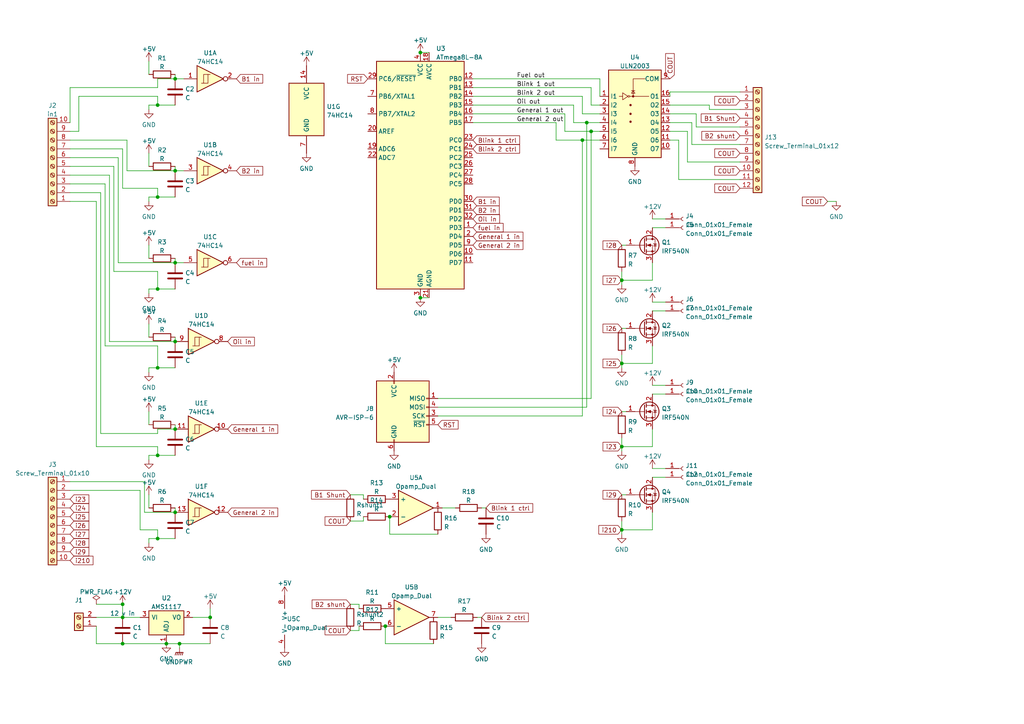
<source format=kicad_sch>
(kicad_sch (version 20211123) (generator eeschema)
  (paper "A4")
  (lib_symbols
    (symbol "74xx:74HC14" (pin_names (offset 1.016))
      (property "Reference" "U" (at 0 1.27 0))
      (property "Value" "74HC14" (at 0 -1.27 0))
      (symbol "74HC14_1_0"
        (pin input line (at -7.62 0 0) (length 3.81) (name "~") (number "1"))
        (pin output inverted (at 7.62 0 180) (length 3.81) (name "~") (number "2"))
      )
      (symbol "74HC14_2_0"
        (pin input line (at -7.62 0 0) (length 3.81) (name "~") (number "3"))
        (pin output inverted (at 7.62 0 180) (length 3.81) (name "~") (number "4"))
      )
      (symbol "74HC14_3_0"
        (pin input line (at -7.62 0 0) (length 3.81) (name "~") (number "5"))
        (pin output inverted (at 7.62 0 180) (length 3.81) (name "~") (number "6"))
      )
      (symbol "74HC14_4_0"
        (pin output inverted (at 7.62 0 180) (length 3.81) (name "~") (number "8"))
        (pin input line (at -7.62 0 0) (length 3.81) (name "~") (number "9"))
      )
      (symbol "74HC14_5_0"
        (pin output inverted (at 7.62 0 180) (length 3.81) (name "~") (number "10"))
        (pin input line (at -7.62 0 0) (length 3.81) (name "~") (number "11"))
      )
      (symbol "74HC14_6_0"
        (pin output inverted (at 7.62 0 180) (length 3.81) (name "~") (number "12"))
        (pin input line (at -7.62 0 0) (length 3.81) (name "~") (number "13"))
      )
      (symbol "74HC14_7_0"
        (pin power_in line (at 0 12.7 270) (length 5.08) (name "VCC") (number "14"))
        (pin power_in line (at 0 -12.7 90) (length 5.08) (name "GND") (number "7"))
      )
    )
    (symbol "Connector:AVR-ISP-6" (pin_names (offset 1.016))
      (property "Reference" "J" (at -6.35 11.43 0))
      (property "Value" "AVR-ISP-6" (at 0 11.43 0))
      (symbol "AVR-ISP-6_1_1"
        (pin passive line (at 10.16 5.08 180) (length 2.54) (name "MISO") (number "1"))
        (pin passive line (at -2.54 12.7 270) (length 2.54) (name "VCC") (number "2"))
        (pin passive line (at 10.16 0 180) (length 2.54) (name "SCK") (number "3"))
        (pin passive line (at 10.16 2.54 180) (length 2.54) (name "MOSI") (number "4"))
        (pin passive line (at 10.16 -2.54 180) (length 2.54) (name "~{RST}") (number "5"))
        (pin passive line (at -2.54 -10.16 90) (length 2.54) (name "GND") (number "6"))
      )
    )
    (symbol "Connector:Conn_01x01_Female" (pin_names (offset 1.016) hide)
      (property "Reference" "J" (at 0 2.54 0))
      (property "Value" "Conn_01x01_Female" (at 0 -2.54 0))
      (symbol "Conn_01x01_Female_1_1"
        (pin passive line (at -5.08 0 0) (length 3.81) (name "Pin_1") (number "1"))
      )
    )
    (symbol "Connector:Screw_Terminal_01x02" (pin_names (offset 1.016) hide)
      (property "Reference" "J" (at 0 2.54 0))
      (property "Value" "Screw_Terminal_01x02" (at 0 -5.08 0))
      (symbol "Screw_Terminal_01x02_1_1"
        (pin passive line (at -5.08 0 0) (length 3.81) (name "Pin_1") (number "1"))
        (pin passive line (at -5.08 -2.54 0) (length 3.81) (name "Pin_2") (number "2"))
      )
    )
    (symbol "Connector:Screw_Terminal_01x10" (pin_names (offset 1.016) hide)
      (property "Reference" "J" (at 0 12.7 0))
      (property "Value" "Screw_Terminal_01x10" (at 0 -15.24 0))
      (symbol "Screw_Terminal_01x10_1_1"
        (pin passive line (at -5.08 10.16 0) (length 3.81) (name "Pin_1") (number "1"))
        (pin passive line (at -5.08 -12.7 0) (length 3.81) (name "Pin_10") (number "10"))
        (pin passive line (at -5.08 7.62 0) (length 3.81) (name "Pin_2") (number "2"))
        (pin passive line (at -5.08 5.08 0) (length 3.81) (name "Pin_3") (number "3"))
        (pin passive line (at -5.08 2.54 0) (length 3.81) (name "Pin_4") (number "4"))
        (pin passive line (at -5.08 0 0) (length 3.81) (name "Pin_5") (number "5"))
        (pin passive line (at -5.08 -2.54 0) (length 3.81) (name "Pin_6") (number "6"))
        (pin passive line (at -5.08 -5.08 0) (length 3.81) (name "Pin_7") (number "7"))
        (pin passive line (at -5.08 -7.62 0) (length 3.81) (name "Pin_8") (number "8"))
        (pin passive line (at -5.08 -10.16 0) (length 3.81) (name "Pin_9") (number "9"))
      )
    )
    (symbol "Connector:Screw_Terminal_01x12" (pin_names (offset 1.016) hide)
      (property "Reference" "J" (at 0 15.24 0))
      (property "Value" "Screw_Terminal_01x12" (at 0 -17.78 0))
      (symbol "Screw_Terminal_01x12_1_1"
        (pin passive line (at -5.08 12.7 0) (length 3.81) (name "Pin_1") (number "1"))
        (pin passive line (at -5.08 -10.16 0) (length 3.81) (name "Pin_10") (number "10"))
        (pin passive line (at -5.08 -12.7 0) (length 3.81) (name "Pin_11") (number "11"))
        (pin passive line (at -5.08 -15.24 0) (length 3.81) (name "Pin_12") (number "12"))
        (pin passive line (at -5.08 10.16 0) (length 3.81) (name "Pin_2") (number "2"))
        (pin passive line (at -5.08 7.62 0) (length 3.81) (name "Pin_3") (number "3"))
        (pin passive line (at -5.08 5.08 0) (length 3.81) (name "Pin_4") (number "4"))
        (pin passive line (at -5.08 2.54 0) (length 3.81) (name "Pin_5") (number "5"))
        (pin passive line (at -5.08 0 0) (length 3.81) (name "Pin_6") (number "6"))
        (pin passive line (at -5.08 -2.54 0) (length 3.81) (name "Pin_7") (number "7"))
        (pin passive line (at -5.08 -5.08 0) (length 3.81) (name "Pin_8") (number "8"))
        (pin passive line (at -5.08 -7.62 0) (length 3.81) (name "Pin_9") (number "9"))
      )
    )
    (symbol "Device:C" (pin_numbers hide) (pin_names (offset 0.254))
      (property "Reference" "C" (at 0.635 2.54 0))
      (property "Value" "C" (at 0.635 -2.54 0))
      (symbol "C_1_1"
        (pin passive line (at 0 3.81 270) (length 2.794) (name "~") (number "1"))
        (pin passive line (at 0 -3.81 90) (length 2.794) (name "~") (number "2"))
      )
    )
    (symbol "Device:Opamp_Dual"
      (property "Reference" "U" (at 0 5.08 0))
      (property "Value" "Opamp_Dual" (at 0 -5.08 0))
      (symbol "Opamp_Dual_1_1"
        (pin output line (at 7.62 0 180) (length 2.54) (name "~") (number "1"))
        (pin input line (at -7.62 -2.54 0) (length 2.54) (name "-") (number "2"))
        (pin input line (at -7.62 2.54 0) (length 2.54) (name "+") (number "3"))
      )
      (symbol "Opamp_Dual_2_1"
        (pin input line (at -7.62 2.54 0) (length 2.54) (name "+") (number "5"))
        (pin input line (at -7.62 -2.54 0) (length 2.54) (name "-") (number "6"))
        (pin output line (at 7.62 0 180) (length 2.54) (name "~") (number "7"))
      )
      (symbol "Opamp_Dual_3_1"
        (pin power_in line (at -2.54 -7.62 90) (length 3.81) (name "V-") (number "4"))
        (pin power_in line (at -2.54 7.62 270) (length 3.81) (name "V+") (number "8"))
      )
    )
    (symbol "Device:R" (pin_numbers hide) (pin_names (offset 0))
      (property "Reference" "R" (at 2.032 0 90))
      (property "Value" "R" (at 0 0 90))
      (symbol "R_1_1"
        (pin passive line (at 0 3.81 270) (length 1.27) (name "~") (number "1"))
        (pin passive line (at 0 -3.81 90) (length 1.27) (name "~") (number "2"))
      )
    )
    (symbol "MCU_Microchip_ATmega:ATmega8L-8A"
      (property "Reference" "U" (at -12.7 34.29 0))
      (property "Value" "ATmega8L-8A" (at 5.08 -34.29 0))
      (symbol "ATmega8L-8A_1_1"
        (pin bidirectional line (at 15.24 -15.24 180) (length 2.54) (name "PD3") (number "1"))
        (pin bidirectional line (at 15.24 -22.86 180) (length 2.54) (name "PD6") (number "10"))
        (pin bidirectional line (at 15.24 -25.4 180) (length 2.54) (name "PD7") (number "11"))
        (pin bidirectional line (at 15.24 27.94 180) (length 2.54) (name "PB0") (number "12"))
        (pin bidirectional line (at 15.24 25.4 180) (length 2.54) (name "PB1") (number "13"))
        (pin bidirectional line (at 15.24 22.86 180) (length 2.54) (name "PB2") (number "14"))
        (pin bidirectional line (at 15.24 20.32 180) (length 2.54) (name "PB3") (number "15"))
        (pin bidirectional line (at 15.24 17.78 180) (length 2.54) (name "PB4") (number "16"))
        (pin bidirectional line (at 15.24 15.24 180) (length 2.54) (name "PB5") (number "17"))
        (pin power_in line (at 2.54 35.56 270) (length 2.54) (name "AVCC") (number "18"))
        (pin input line (at -15.24 7.62 0) (length 2.54) (name "ADC6") (number "19"))
        (pin bidirectional line (at 15.24 -17.78 180) (length 2.54) (name "PD4") (number "2"))
        (pin passive line (at -15.24 12.7 0) (length 2.54) (name "AREF") (number "20"))
        (pin power_in line (at 2.54 -35.56 90) (length 2.54) (name "AGND") (number "21"))
        (pin input line (at -15.24 5.08 0) (length 2.54) (name "ADC7") (number "22"))
        (pin bidirectional line (at 15.24 10.16 180) (length 2.54) (name "PC0") (number "23"))
        (pin bidirectional line (at 15.24 7.62 180) (length 2.54) (name "PC1") (number "24"))
        (pin bidirectional line (at 15.24 5.08 180) (length 2.54) (name "PC2") (number "25"))
        (pin bidirectional line (at 15.24 2.54 180) (length 2.54) (name "PC3") (number "26"))
        (pin bidirectional line (at 15.24 0 180) (length 2.54) (name "PC4") (number "27"))
        (pin bidirectional line (at 15.24 -2.54 180) (length 2.54) (name "PC5") (number "28"))
        (pin bidirectional line (at -15.24 27.94 0) (length 2.54) (name "PC6/~{RESET}") (number "29"))
        (pin power_in line (at 0 -35.56 90) (length 2.54) (name "GND") (number "3"))
        (pin bidirectional line (at 15.24 -7.62 180) (length 2.54) (name "PD0") (number "30"))
        (pin bidirectional line (at 15.24 -10.16 180) (length 2.54) (name "PD1") (number "31"))
        (pin bidirectional line (at 15.24 -12.7 180) (length 2.54) (name "PD2") (number "32"))
        (pin power_in line (at 0 35.56 270) (length 2.54) (name "VCC") (number "4"))
        (pin passive line (at 0 -35.56 90) (length 2.54) hide (name "GND") (number "5"))
        (pin passive line (at 0 35.56 270) (length 2.54) hide (name "VCC") (number "6"))
        (pin bidirectional line (at -15.24 22.86 0) (length 2.54) (name "PB6/XTAL1") (number "7"))
        (pin bidirectional line (at -15.24 17.78 0) (length 2.54) (name "PB7/XTAL2") (number "8"))
        (pin bidirectional line (at 15.24 -20.32 180) (length 2.54) (name "PD5") (number "9"))
      )
    )
    (symbol "Regulator_Linear:AMS1117" (pin_names (offset 0.762))
      (property "Reference" "U" (at -3.81 3.175 0))
      (property "Value" "AMS1117" (at 0 3.175 0))
      (symbol "AMS1117_1_1"
        (pin input line (at 0 -7.62 90) (length 2.54) (name "ADJ") (number "1"))
        (pin power_out line (at 7.62 0 180) (length 2.54) (name "VO") (number "2"))
        (pin power_in line (at -7.62 0 0) (length 2.54) (name "VI") (number "3"))
      )
    )
    (symbol "Transistor_Array:ULN2003"
      (property "Reference" "U" (at 0 15.875 0))
      (property "Value" "ULN2003" (at 0 13.97 0))
      (symbol "ULN2003_1_1"
        (pin input line (at -10.16 5.08 0) (length 2.54) (name "I1") (number "1"))
        (pin open_collector line (at 10.16 -10.16 180) (length 2.54) (name "O7") (number "10"))
        (pin open_collector line (at 10.16 -7.62 180) (length 2.54) (name "O6") (number "11"))
        (pin open_collector line (at 10.16 -5.08 180) (length 2.54) (name "O5") (number "12"))
        (pin open_collector line (at 10.16 -2.54 180) (length 2.54) (name "O4") (number "13"))
        (pin open_collector line (at 10.16 0 180) (length 2.54) (name "O3") (number "14"))
        (pin open_collector line (at 10.16 2.54 180) (length 2.54) (name "O2") (number "15"))
        (pin open_collector line (at 10.16 5.08 180) (length 2.54) (name "O1") (number "16"))
        (pin input line (at -10.16 2.54 0) (length 2.54) (name "I2") (number "2"))
        (pin input line (at -10.16 0 0) (length 2.54) (name "I3") (number "3"))
        (pin input line (at -10.16 -2.54 0) (length 2.54) (name "I4") (number "4"))
        (pin input line (at -10.16 -5.08 0) (length 2.54) (name "I5") (number "5"))
        (pin input line (at -10.16 -7.62 0) (length 2.54) (name "I6") (number "6"))
        (pin input line (at -10.16 -10.16 0) (length 2.54) (name "I7") (number "7"))
        (pin power_in line (at 0 -15.24 90) (length 2.54) (name "GND") (number "8"))
        (pin passive line (at 10.16 10.16 180) (length 2.54) (name "COM") (number "9"))
      )
    )
    (symbol "Transistor_FET:IRF540N" (pin_names hide)
      (property "Reference" "Q" (at 6.35 1.905 0))
      (property "Value" "IRF540N" (at 6.35 0 0))
      (symbol "IRF540N_1_1"
        (pin input line (at -5.08 0 0) (length 2.54) (name "G") (number "1"))
        (pin passive line (at 2.54 5.08 270) (length 2.54) (name "D") (number "2"))
        (pin passive line (at 2.54 -5.08 90) (length 2.54) (name "S") (number "3"))
      )
    )
    (symbol "power:+12V" (power) (pin_names (offset 0))
      (property "Value" "+12V" (at 0 3.556 0))
      (symbol "+12V_1_1"
        (pin power_in line (at 0 0 90) (length 0) hide (name "+12V") (number "1"))
      )
    )
    (symbol "power:+5V" (power) (pin_names (offset 0))
      (property "Value" "+5V" (at 0 3.556 0))
      (symbol "+5V_1_1"
        (pin power_in line (at 0 0 90) (length 0) hide (name "+5V") (number "1"))
      )
    )
    (symbol "power:GND" (power) (pin_names (offset 0))
      (property "Value" "GND" (at 0 -3.81 0))
      (symbol "GND_1_1"
        (pin power_in line (at 0 0 270) (length 0) hide (name "GND") (number "1"))
      )
    )
    (symbol "power:GNDPWR" (power) (pin_names (offset 0))
      (property "Value" "GNDPWR" (at 0 -3.302 0))
      (symbol "GNDPWR_1_1"
        (pin power_in line (at 0 0 270) (length 0) hide (name "GNDPWR") (number "1"))
      )
    )
    (symbol "power:PWR_FLAG" (power) (pin_numbers hide) (pin_names (offset 0) hide)
      (property "Value" "PWR_FLAG" (at 0 3.81 0))
      (symbol "PWR_FLAG_0_0"
        (pin power_out line (at 0 0 90) (length 0) (name "pwr") (number "1"))
      )
    )
  )
  (junction (at 45.72 106.68))
  (junction (at 35.56 175.26))
  (junction (at 180.34 105.41))
  (junction (at 180.34 153.67))
  (junction (at 52.07 186.69))
  (junction (at 168.91 40.64))
  (junction (at 171.45 38.1))
  (junction (at 121.92 86.36))
  (junction (at 35.56 186.69))
  (junction (at 50.8 124.46))
  (junction (at 45.72 57.15))
  (junction (at 60.96 179.07))
  (junction (at 121.92 15.24))
  (junction (at 50.8 148.59))
  (junction (at 45.72 30.48))
  (junction (at 35.56 179.07))
  (junction (at 111.76 181.61))
  (junction (at 50.8 22.86))
  (junction (at 45.72 83.82))
  (junction (at 50.8 76.2))
  (junction (at 50.8 99.06))
  (junction (at 45.72 132.08))
  (junction (at 45.72 156.21))
  (junction (at 170.18 35.56))
  (junction (at 113.03 149.86))
  (junction (at 50.8 49.53))
  (junction (at 180.34 81.28))
  (junction (at 180.34 129.54))
  (junction (at 48.26 186.69))
  (wire (pts (xy 31.75 99.06) (xy 31.75 50.8)))
  (wire (pts (xy 40.64 142.24) (xy 40.64 153.67)))
  (wire (pts (xy 45.72 78.74) (xy 45.72 83.82)))
  (wire (pts (xy 101.6 175.26) (xy 104.14 175.26)))
  (wire (pts (xy 104.14 175.26) (xy 104.14 176.53)))
  (wire (pts (xy 137.16 22.86) (xy 173.99 22.86)))
  (wire (pts (xy 105.41 143.51) (xy 105.41 144.78)))
  (wire (pts (xy 27.94 186.69) (xy 35.56 186.69)))
  (wire (pts (xy 45.72 156.21) (xy 50.8 156.21)))
  (wire (pts (xy 171.45 25.4) (xy 171.45 30.48)))
  (wire (pts (xy 45.72 125.73) (xy 45.72 124.46)))
  (wire (pts (xy 189.23 105.41) (xy 189.23 100.33)))
  (wire (pts (xy 194.31 30.48) (xy 205.74 30.48)))
  (wire (pts (xy 43.18 31.75) (xy 43.18 30.48)))
  (wire (pts (xy 43.18 133.35) (xy 43.18 132.08)))
  (wire (pts (xy 40.64 153.67) (xy 45.72 153.67)))
  (wire (pts (xy 127 120.65) (xy 168.91 120.65)))
  (wire (pts (xy 180.34 105.41) (xy 189.23 105.41)))
  (wire (pts (xy 45.72 25.4) (xy 20.32 25.4)))
  (wire (pts (xy 20.32 48.26) (xy 33.02 48.26)))
  (wire (pts (xy 166.37 30.48) (xy 166.37 35.56)))
  (wire (pts (xy 31.75 99.06) (xy 50.8 99.06)))
  (wire (pts (xy 111.76 186.69) (xy 125.73 186.69)))
  (wire (pts (xy 29.21 55.88) (xy 20.32 55.88)))
  (wire (pts (xy 50.8 147.32) (xy 50.8 148.59)))
  (wire (pts (xy 199.39 46.99) (xy 214.63 46.99)))
  (wire (pts (xy 189.23 87.63) (xy 193.04 87.63)))
  (wire (pts (xy 194.31 27.94) (xy 194.31 26.67)))
  (wire (pts (xy 45.72 27.94) (xy 45.72 30.48)))
  (wire (pts (xy 45.72 124.46) (xy 50.8 124.46)))
  (wire (pts (xy 189.23 129.54) (xy 189.23 124.46)))
  (wire (pts (xy 127 115.57) (xy 171.45 115.57)))
  (wire (pts (xy 171.45 38.1) (xy 173.99 38.1)))
  (wire (pts (xy 31.75 50.8) (xy 20.32 50.8)))
  (wire (pts (xy 180.34 127) (xy 180.34 129.54)))
  (wire (pts (xy 194.31 35.56) (xy 200.66 35.56)))
  (wire (pts (xy 60.96 176.53) (xy 60.96 179.07)))
  (wire (pts (xy 45.72 25.4) (xy 45.72 22.86)))
  (wire (pts (xy 168.91 27.94) (xy 168.91 33.02)))
  (wire (pts (xy 36.83 49.53) (xy 36.83 40.64)))
  (wire (pts (xy 50.8 21.59) (xy 50.8 22.86)))
  (wire (pts (xy 180.34 71.12) (xy 181.61 71.12)))
  (wire (pts (xy 45.72 125.73) (xy 29.21 125.73)))
  (wire (pts (xy 35.56 43.18) (xy 35.56 54.61)))
  (wire (pts (xy 29.21 125.73) (xy 29.21 55.88)))
  (wire (pts (xy 43.18 44.45) (xy 43.18 48.26)))
  (wire (pts (xy 189.23 138.43) (xy 193.04 138.43)))
  (wire (pts (xy 194.31 33.02) (xy 201.93 33.02)))
  (wire (pts (xy 189.23 153.67) (xy 189.23 148.59)))
  (wire (pts (xy 20.32 139.7) (xy 41.91 139.7)))
  (wire (pts (xy 194.31 40.64) (xy 196.85 40.64)))
  (wire (pts (xy 111.76 181.61) (xy 111.76 186.69)))
  (wire (pts (xy 34.29 76.2) (xy 34.29 45.72)))
  (wire (pts (xy 41.91 148.59) (xy 50.8 148.59)))
  (wire (pts (xy 52.07 186.69) (xy 60.96 186.69)))
  (wire (pts (xy 45.72 57.15) (xy 50.8 57.15)))
  (wire (pts (xy 101.6 182.88) (xy 104.14 182.88)))
  (wire (pts (xy 43.18 58.42) (xy 43.18 57.15)))
  (wire (pts (xy 101.6 143.51) (xy 105.41 143.51)))
  (wire (pts (xy 43.18 83.82) (xy 45.72 83.82)))
  (wire (pts (xy 50.8 49.53) (xy 53.34 49.53)))
  (wire (pts (xy 20.32 142.24) (xy 40.64 142.24)))
  (wire (pts (xy 127 179.07) (xy 130.81 179.07)))
  (wire (pts (xy 43.18 57.15) (xy 45.72 57.15)))
  (wire (pts (xy 113.03 149.86) (xy 113.03 154.94)))
  (wire (pts (xy 45.72 106.68) (xy 50.8 106.68)))
  (wire (pts (xy 180.34 129.54) (xy 180.34 130.81)))
  (wire (pts (xy 105.41 151.13) (xy 105.41 149.86)))
  (wire (pts (xy 45.72 22.86) (xy 50.8 22.86)))
  (wire (pts (xy 180.34 81.28) (xy 189.23 81.28)))
  (wire (pts (xy 205.74 30.48) (xy 205.74 31.75)))
  (wire (pts (xy 50.8 76.2) (xy 53.34 76.2)))
  (wire (pts (xy 27.94 175.26) (xy 35.56 175.26)))
  (wire (pts (xy 45.72 153.67) (xy 45.72 156.21)))
  (wire (pts (xy 22.86 27.94) (xy 22.86 38.1)))
  (wire (pts (xy 43.18 93.98) (xy 43.18 97.79)))
  (wire (pts (xy 137.16 35.56) (xy 161.29 35.56)))
  (wire (pts (xy 101.6 151.13) (xy 105.41 151.13)))
  (wire (pts (xy 163.83 33.02) (xy 163.83 38.1)))
  (wire (pts (xy 200.66 41.91) (xy 214.63 41.91)))
  (wire (pts (xy 205.74 31.75) (xy 214.63 31.75)))
  (wire (pts (xy 35.56 175.26) (xy 35.56 179.07)))
  (wire (pts (xy 41.91 139.7) (xy 41.91 148.59)))
  (wire (pts (xy 189.23 114.3) (xy 193.04 114.3)))
  (wire (pts (xy 50.8 97.79) (xy 50.8 99.06)))
  (wire (pts (xy 168.91 40.64) (xy 173.99 40.64)))
  (wire (pts (xy 180.34 119.38) (xy 181.61 119.38)))
  (wire (pts (xy 27.94 179.07) (xy 35.56 179.07)))
  (wire (pts (xy 180.34 153.67) (xy 180.34 154.94)))
  (wire (pts (xy 33.02 78.74) (xy 45.72 78.74)))
  (wire (pts (xy 27.94 181.61) (xy 27.94 186.69)))
  (wire (pts (xy 200.66 35.56) (xy 200.66 41.91)))
  (wire (pts (xy 43.18 156.21) (xy 45.72 156.21)))
  (wire (pts (xy 20.32 58.42) (xy 27.94 58.42)))
  (wire (pts (xy 43.18 71.12) (xy 43.18 74.93)))
  (wire (pts (xy 50.8 22.86) (xy 53.34 22.86)))
  (wire (pts (xy 45.72 132.08) (xy 50.8 132.08)))
  (wire (pts (xy 180.34 129.54) (xy 189.23 129.54)))
  (wire (pts (xy 171.45 115.57) (xy 171.45 38.1)))
  (wire (pts (xy 180.34 81.28) (xy 180.34 82.55)))
  (wire (pts (xy 43.18 132.08) (xy 45.72 132.08)))
  (wire (pts (xy 240.03 58.42) (xy 242.57 58.42)))
  (wire (pts (xy 50.8 123.19) (xy 50.8 124.46)))
  (wire (pts (xy 45.72 30.48) (xy 50.8 30.48)))
  (wire (pts (xy 34.29 45.72) (xy 20.32 45.72)))
  (wire (pts (xy 43.18 119.38) (xy 43.18 123.19)))
  (wire (pts (xy 180.34 143.51) (xy 181.61 143.51)))
  (wire (pts (xy 43.18 30.48) (xy 45.72 30.48)))
  (wire (pts (xy 43.18 107.95) (xy 43.18 106.68)))
  (wire (pts (xy 194.31 26.67) (xy 214.63 26.67)))
  (wire (pts (xy 189.23 66.04) (xy 193.04 66.04)))
  (wire (pts (xy 189.23 81.28) (xy 189.23 76.2)))
  (wire (pts (xy 180.34 78.74) (xy 180.34 81.28)))
  (wire (pts (xy 168.91 33.02) (xy 173.99 33.02)))
  (wire (pts (xy 20.32 25.4) (xy 20.32 35.56)))
  (wire (pts (xy 50.8 74.93) (xy 50.8 76.2)))
  (wire (pts (xy 121.92 15.24) (xy 124.46 15.24)))
  (wire (pts (xy 43.18 143.51) (xy 43.18 147.32)))
  (wire (pts (xy 194.31 38.1) (xy 199.39 38.1)))
  (wire (pts (xy 113.03 154.94) (xy 127 154.94)))
  (wire (pts (xy 201.93 36.83) (xy 214.63 36.83)))
  (wire (pts (xy 27.94 58.42) (xy 27.94 129.54)))
  (wire (pts (xy 34.29 76.2) (xy 50.8 76.2)))
  (wire (pts (xy 161.29 40.64) (xy 168.91 40.64)))
  (wire (pts (xy 170.18 118.11) (xy 170.18 35.56)))
  (wire (pts (xy 45.72 100.33) (xy 45.72 106.68)))
  (wire (pts (xy 20.32 43.18) (xy 35.56 43.18)))
  (wire (pts (xy 196.85 40.64) (xy 196.85 52.07)))
  (wire (pts (xy 43.18 157.48) (xy 43.18 156.21)))
  (wire (pts (xy 180.34 105.41) (xy 180.34 106.68)))
  (wire (pts (xy 104.14 182.88) (xy 104.14 181.61)))
  (wire (pts (xy 180.34 102.87) (xy 180.34 105.41)))
  (wire (pts (xy 166.37 35.56) (xy 170.18 35.56)))
  (wire (pts (xy 127 118.11) (xy 170.18 118.11)))
  (wire (pts (xy 30.48 100.33) (xy 30.48 53.34)))
  (wire (pts (xy 137.16 27.94) (xy 168.91 27.94)))
  (wire (pts (xy 138.43 179.07) (xy 139.7 179.07)))
  (wire (pts (xy 36.83 40.64) (xy 20.32 40.64)))
  (wire (pts (xy 128.27 147.32) (xy 132.08 147.32)))
  (wire (pts (xy 55.88 179.07) (xy 60.96 179.07)))
  (wire (pts (xy 36.83 49.53) (xy 50.8 49.53)))
  (wire (pts (xy 139.7 147.32) (xy 140.97 147.32)))
  (wire (pts (xy 43.18 106.68) (xy 45.72 106.68)))
  (wire (pts (xy 189.23 63.5) (xy 193.04 63.5)))
  (wire (pts (xy 163.83 38.1) (xy 171.45 38.1)))
  (wire (pts (xy 201.93 33.02) (xy 201.93 36.83)))
  (wire (pts (xy 43.18 17.78) (xy 43.18 21.59)))
  (wire (pts (xy 45.72 54.61) (xy 45.72 57.15)))
  (wire (pts (xy 189.23 135.89) (xy 193.04 135.89)))
  (wire (pts (xy 199.39 38.1) (xy 199.39 46.99)))
  (wire (pts (xy 35.56 179.07) (xy 40.64 179.07)))
  (wire (pts (xy 171.45 30.48) (xy 173.99 30.48)))
  (wire (pts (xy 45.72 27.94) (xy 22.86 27.94)))
  (wire (pts (xy 35.56 186.69) (xy 48.26 186.69)))
  (wire (pts (xy 22.86 38.1) (xy 20.32 38.1)))
  (wire (pts (xy 168.91 120.65) (xy 168.91 40.64)))
  (wire (pts (xy 52.07 186.69) (xy 52.07 187.96)))
  (wire (pts (xy 27.94 129.54) (xy 45.72 129.54)))
  (wire (pts (xy 137.16 25.4) (xy 171.45 25.4)))
  (wire (pts (xy 137.16 33.02) (xy 163.83 33.02)))
  (wire (pts (xy 180.34 151.13) (xy 180.34 153.67)))
  (wire (pts (xy 43.18 85.09) (xy 43.18 83.82)))
  (wire (pts (xy 45.72 100.33) (xy 30.48 100.33)))
  (wire (pts (xy 33.02 48.26) (xy 33.02 78.74)))
  (wire (pts (xy 189.23 111.76) (xy 193.04 111.76)))
  (wire (pts (xy 35.56 54.61) (xy 45.72 54.61)))
  (wire (pts (xy 45.72 83.82) (xy 50.8 83.82)))
  (wire (pts (xy 173.99 22.86) (xy 173.99 27.94)))
  (wire (pts (xy 121.92 86.36) (xy 124.46 86.36)))
  (wire (pts (xy 170.18 35.56) (xy 173.99 35.56)))
  (wire (pts (xy 45.72 129.54) (xy 45.72 132.08)))
  (wire (pts (xy 50.8 48.26) (xy 50.8 49.53)))
  (wire (pts (xy 214.63 52.07) (xy 196.85 52.07)))
  (wire (pts (xy 161.29 35.56) (xy 161.29 40.64)))
  (wire (pts (xy 189.23 90.17) (xy 193.04 90.17)))
  (wire (pts (xy 137.16 30.48) (xy 166.37 30.48)))
  (wire (pts (xy 180.34 153.67) (xy 189.23 153.67)))
  (wire (pts (xy 48.26 186.69) (xy 52.07 186.69)))
  (wire (pts (xy 30.48 53.34) (xy 20.32 53.34)))
  (wire (pts (xy 180.34 95.25) (xy 181.61 95.25)))
  (label "Fuel out" (at 149.86 22.86 0))
  (label "Blink 2 out" (at 149.86 27.94 0))
  (label "Blink 1 out" (at 149.86 25.4 0))
  (label "General 1 out" (at 149.86 33.02 0))
  (label "Oil out" (at 149.86 30.48 0))
  (label "General 2 out" (at 149.86 35.56 0))
  (global_label "i28" (shape input) (at 20.32 157.48 0) (property "Intersheet References" "${INTERSHEET_REFS}" (effects hide)))
  (global_label "COUT" (shape input) (at 240.03 58.42 180) (property "Intersheet References" "${INTERSHEET_REFS}" (effects hide)))
  (global_label "B1 Shunt" (shape input) (at 214.63 34.29 180) (property "Intersheet References" "${INTERSHEET_REFS}" (effects hide)))
  (global_label "RST" (shape input) (at 106.68 22.86 180) (property "Intersheet References" "${INTERSHEET_REFS}" (effects hide)))
  (global_label "fuel in" (shape input) (at 137.16 66.04 0) (property "Intersheet References" "${INTERSHEET_REFS}" (effects hide)))
  (global_label "i29" (shape input) (at 20.32 160.02 0) (property "Intersheet References" "${INTERSHEET_REFS}" (effects hide)))
  (global_label "Blink 2 ctrl" (shape input) (at 139.7 179.07 0) (property "Intersheet References" "${INTERSHEET_REFS}" (effects hide)))
  (global_label "COUT" (shape input) (at 194.31 22.86 90) (property "Intersheet References" "${INTERSHEET_REFS}" (effects hide)))
  (global_label "i23" (shape input) (at 180.34 129.54 180) (property "Intersheet References" "${INTERSHEET_REFS}" (effects hide)))
  (global_label "B2 shunt" (shape input) (at 214.63 39.37 180) (property "Intersheet References" "${INTERSHEET_REFS}" (effects hide)))
  (global_label "RST" (shape input) (at 127 123.19 0) (property "Intersheet References" "${INTERSHEET_REFS}" (effects hide)))
  (global_label "i23" (shape input) (at 20.32 144.78 0) (property "Intersheet References" "${INTERSHEET_REFS}" (effects hide)))
  (global_label "Oil in" (shape input) (at 66.04 99.06 0) (property "Intersheet References" "${INTERSHEET_REFS}" (effects hide)))
  (global_label "COUT" (shape input) (at 101.6 182.88 180) (property "Intersheet References" "${INTERSHEET_REFS}" (effects hide)))
  (global_label "COUT" (shape input) (at 214.63 49.53 180) (property "Intersheet References" "${INTERSHEET_REFS}" (effects hide)))
  (global_label "i210" (shape input) (at 180.34 153.67 180) (property "Intersheet References" "${INTERSHEET_REFS}" (effects hide)))
  (global_label "B2 in" (shape input) (at 68.58 49.53 0) (property "Intersheet References" "${INTERSHEET_REFS}" (effects hide)))
  (global_label "Blink 1 ctrl" (shape input) (at 140.97 147.32 0) (property "Intersheet References" "${INTERSHEET_REFS}" (effects hide)))
  (global_label "i25" (shape input) (at 20.32 149.86 0) (property "Intersheet References" "${INTERSHEET_REFS}" (effects hide)))
  (global_label "i27" (shape input) (at 20.32 154.94 0) (property "Intersheet References" "${INTERSHEET_REFS}" (effects hide)))
  (global_label "i26" (shape input) (at 180.34 95.25 180) (property "Intersheet References" "${INTERSHEET_REFS}" (effects hide)))
  (global_label "COUT" (shape input) (at 214.63 29.21 180) (property "Intersheet References" "${INTERSHEET_REFS}" (effects hide)))
  (global_label "i25" (shape input) (at 180.34 105.41 180) (property "Intersheet References" "${INTERSHEET_REFS}" (effects hide)))
  (global_label "B1 in" (shape input) (at 68.58 22.86 0) (property "Intersheet References" "${INTERSHEET_REFS}" (effects hide)))
  (global_label "B2 in" (shape input) (at 137.16 60.96 0) (property "Intersheet References" "${INTERSHEET_REFS}" (effects hide)))
  (global_label "i27" (shape input) (at 180.34 81.28 180) (property "Intersheet References" "${INTERSHEET_REFS}" (effects hide)))
  (global_label "B1 in" (shape input) (at 137.16 58.42 0) (property "Intersheet References" "${INTERSHEET_REFS}" (effects hide)))
  (global_label "Oil in" (shape input) (at 137.16 63.5 0) (property "Intersheet References" "${INTERSHEET_REFS}" (effects hide)))
  (global_label "i24" (shape input) (at 180.34 119.38 180) (property "Intersheet References" "${INTERSHEET_REFS}" (effects hide)))
  (global_label "COUT" (shape input) (at 214.63 44.45 180) (property "Intersheet References" "${INTERSHEET_REFS}" (effects hide)))
  (global_label "COUT" (shape input) (at 101.6 151.13 180) (property "Intersheet References" "${INTERSHEET_REFS}" (effects hide)))
  (global_label "General 1 in" (shape input) (at 137.16 68.58 0) (property "Intersheet References" "${INTERSHEET_REFS}" (effects hide)))
  (global_label "Blink 1 ctrl" (shape input) (at 137.16 40.64 0) (property "Intersheet References" "${INTERSHEET_REFS}" (effects hide)))
  (global_label "Blink 2 ctrl" (shape input) (at 137.16 43.18 0) (property "Intersheet References" "${INTERSHEET_REFS}" (effects hide)))
  (global_label "i24" (shape input) (at 20.32 147.32 0) (property "Intersheet References" "${INTERSHEET_REFS}" (effects hide)))
  (global_label "General 2 in" (shape input) (at 66.04 148.59 0) (property "Intersheet References" "${INTERSHEET_REFS}" (effects hide)))
  (global_label "B2 shunt" (shape input) (at 101.6 175.26 180) (property "Intersheet References" "${INTERSHEET_REFS}" (effects hide)))
  (global_label "i28" (shape input) (at 180.34 71.12 180) (property "Intersheet References" "${INTERSHEET_REFS}" (effects hide)))
  (global_label "fuel in" (shape input) (at 68.58 76.2 0) (property "Intersheet References" "${INTERSHEET_REFS}" (effects hide)))
  (global_label "General 1 in" (shape input) (at 66.04 124.46 0) (property "Intersheet References" "${INTERSHEET_REFS}" (effects hide)))
  (global_label "i210" (shape input) (at 20.32 162.56 0) (property "Intersheet References" "${INTERSHEET_REFS}" (effects hide)))
  (global_label "COUT" (shape input) (at 214.63 54.61 180) (property "Intersheet References" "${INTERSHEET_REFS}" (effects hide)))
  (global_label "B1 Shunt" (shape input) (at 101.6 143.51 180) (property "Intersheet References" "${INTERSHEET_REFS}" (effects hide)))
  (global_label "i26" (shape input) (at 20.32 152.4 0) (property "Intersheet References" "${INTERSHEET_REFS}" (effects hide)))
  (global_label "i29" (shape input) (at 180.34 143.51 180) (property "Intersheet References" "${INTERSHEET_REFS}" (effects hide)))
  (global_label "General 2 in" (shape input) (at 137.16 71.12 0) (property "Intersheet References" "${INTERSHEET_REFS}" (effects hide)))
  (symbol (lib_id "Device:C") (at 50.8 128.27 0) (unit 1)
    (property "Reference" "C6" (at 53.721 127.4353 0) (effects (justify left)))
    (property "Value" "C" (at 53.721 129.9722 0) (effects (justify left)))
    (property "Footprint" "Capacitor_SMD:C_1206_3216Metric" (effects hide))
  )
  (symbol (lib_id "Device:R") (at 101.6 179.07 0) (unit 1)
    (property "Reference" "Rshunt2" (at 103.378 178.2353 0) (effects (justify left)))
    (property "Value" "R" (at 103.378 180.7722 0) (effects (justify left)))
    (property "Footprint" "Resistor_SMD:R_1206_3216Metric" (effects hide))
  )
  (symbol (lib_id "Connector:Screw_Terminal_01x12") (at 219.71 39.37 0) (unit 1)
    (property "Reference" "J13" (at 221.742 39.8053 0) (effects (justify left)))
    (property "Value" "Screw_Terminal_01x12" (at 221.742 42.3422 0) (effects (justify left)))
    (property "Footprint" "TerminalBlock_Phoenix:TerminalBlock_Phoenix_MPT-0,5-12-2.54_1x12_P2.54mm_Horizontal" (effects hide))
  )
  (symbol (lib_id "power:+12V") (at 189.23 63.5 0) (unit 1)
    (property "Reference" "#PWR027" (effects hide))
    (property "Value" "+12V" (at 189.23 59.9242 0))
  )
  (symbol (lib_id "Device:R") (at 46.99 123.19 270) (unit 1)
    (property "Reference" "R5" (at 46.99 118.4742 90))
    (property "Value" "R" (at 46.99 121.0111 90))
    (property "Footprint" "Resistor_SMD:R_1206_3216Metric" (effects hide))
  )
  (symbol (lib_id "Device:C") (at 140.97 151.13 0) (unit 1)
    (property "Reference" "C10" (at 143.891 150.2953 0) (effects (justify left)))
    (property "Value" "C" (at 143.891 152.8322 0) (effects (justify left)))
    (property "Footprint" "Capacitor_SMD:C_1206_3216Metric" (effects hide))
  )
  (symbol (lib_id "power:+12V") (at 35.56 175.26 0) (unit 1)
    (property "Reference" "#PWR03" (effects hide))
    (property "Value" "+12V" (at 35.56 171.6842 0))
  )
  (symbol (lib_id "power:+5V") (at 121.92 15.24 0) (unit 1)
    (property "Reference" "#PWR0101" (effects hide))
    (property "Value" "+5V" (at 121.92 11.6642 0))
  )
  (symbol (lib_id "Device:Opamp_Dual") (at 120.65 147.32 0) (unit 1)
    (property "Reference" "U5" (at 120.65 138.5402 0))
    (property "Value" "Opamp_Dual" (at 120.65 141.0771 0))
    (property "Footprint" "Package_SO:SOIC-8_3.9x4.9mm_P1.27mm" (effects hide))
  )
  (symbol (lib_id "Device:C") (at 139.7 182.88 0) (unit 1)
    (property "Reference" "C9" (at 142.621 182.0453 0) (effects (justify left)))
    (property "Value" "C" (at 142.621 184.5822 0) (effects (justify left)))
    (property "Footprint" "Capacitor_SMD:C_1206_3216Metric" (effects hide))
  )
  (symbol (lib_id "power:+12V") (at 189.23 135.89 0) (unit 1)
    (property "Reference" "#PWR030" (effects hide))
    (property "Value" "+12V" (at 189.23 132.3142 0))
  )
  (symbol (lib_id "Device:R") (at 180.34 99.06 0) (unit 1)
    (property "Reference" "R8" (at 182.118 98.2253 0) (effects (justify left)))
    (property "Value" "R" (at 182.118 100.7622 0) (effects (justify left)))
    (property "Footprint" "Resistor_SMD:R_1206_3216Metric" (effects hide))
  )
  (symbol (lib_id "power:GND") (at 43.18 107.95 0) (unit 1)
    (property "Reference" "#PWR011" (effects hide))
    (property "Value" "GND" (at 43.18 112.3934 0))
  )
  (symbol (lib_id "power:GND") (at 184.15 48.26 0) (unit 1)
    (property "Reference" "#PWR0102" (effects hide))
    (property "Value" "GND" (at 184.15 52.7034 0))
  )
  (symbol (lib_id "Device:C") (at 35.56 182.88 0) (unit 1)
    (property "Reference" "C1" (at 38.481 182.0453 0) (effects (justify left)))
    (property "Value" "C" (at 38.481 184.5822 0) (effects (justify left)))
    (property "Footprint" "Capacitor_SMD:C_1206_3216Metric" (effects hide))
  )
  (symbol (lib_id "Device:C") (at 50.8 102.87 0) (unit 1)
    (property "Reference" "C5" (at 53.721 102.0353 0) (effects (justify left)))
    (property "Value" "C" (at 53.721 104.5722 0) (effects (justify left)))
    (property "Footprint" "Capacitor_SMD:C_1206_3216Metric" (effects hide))
  )
  (symbol (lib_id "Connector:AVR-ISP-6") (at 116.84 120.65 0) (unit 1)
    (property "Reference" "J8" (at 108.4581 118.5453 0) (effects (justify right)))
    (property "Value" "AVR-ISP-6" (at 108.4581 121.0822 0) (effects (justify right)))
    (property "Footprint" "Connector_IDC:IDC-Header_2x03_P2.54mm_Vertical" (effects hide))
    (property "Datasheet" " ~" (effects hide))
  )
  (symbol (lib_id "power:GNDPWR") (at 52.07 187.96 0) (unit 1)
    (property "Reference" "#PWR017" (effects hide))
    (property "Value" "GNDPWR" (at 51.943 191.997 0))
  )
  (symbol (lib_id "power:GND") (at 48.26 186.69 0) (unit 1)
    (property "Reference" "#PWR016" (effects hide))
    (property "Value" "GND" (at 48.26 191.1334 0))
  )
  (symbol (lib_id "power:GND") (at 121.92 86.36 0) (unit 1)
    (property "Reference" "#PWR021" (effects hide))
    (property "Value" "GND" (at 121.92 90.8034 0))
  )
  (symbol (lib_id "power:GND") (at 43.18 157.48 0) (unit 1)
    (property "Reference" "#PWR015" (effects hide))
    (property "Value" "GND" (at 43.18 161.9234 0))
  )
  (symbol (lib_id "74xx:74HC14") (at 58.42 148.59 0) (unit 6)
    (property "Reference" "U1" (at 58.42 141.0802 0))
    (property "Value" "74HC14" (at 58.42 143.6171 0))
    (property "Footprint" "Package_SO:SO-14_5.3x10.2mm_P1.27mm" (effects hide))
    (property "Datasheet" "http://www.ti.com/lit/gpn/sn74HC14" (effects hide))
  )
  (symbol (lib_id "Device:C") (at 50.8 80.01 0) (unit 1)
    (property "Reference" "C4" (at 53.721 79.1753 0) (effects (justify left)))
    (property "Value" "C" (at 53.721 81.7122 0) (effects (justify left)))
    (property "Footprint" "Capacitor_SMD:C_1206_3216Metric" (effects hide))
  )
  (symbol (lib_id "power:+5V") (at 43.18 143.51 0) (unit 1)
    (property "Reference" "#PWR014" (effects hide))
    (property "Value" "+5V" (at 43.18 139.9342 0))
  )
  (symbol (lib_id "power:+5V") (at 43.18 17.78 0) (unit 1)
    (property "Reference" "#PWR04" (effects hide))
    (property "Value" "+5V" (at 43.18 14.2042 0))
  )
  (symbol (lib_id "Device:R") (at 109.22 144.78 270) (unit 1)
    (property "Reference" "R13" (at 109.22 140.0642 90))
    (property "Value" "R" (at 109.22 142.6011 90))
    (property "Footprint" "Resistor_SMD:R_1206_3216Metric" (effects hide))
  )
  (symbol (lib_id "74xx:74HC14") (at 60.96 49.53 0) (unit 2)
    (property "Reference" "U1" (at 60.96 42.0202 0))
    (property "Value" "74HC14" (at 60.96 44.5571 0))
    (property "Footprint" "Package_SO:SO-14_5.3x10.2mm_P1.27mm" (effects hide))
    (property "Datasheet" "http://www.ti.com/lit/gpn/sn74HC14" (effects hide))
  )
  (symbol (lib_id "Connector:Conn_01x01_Female") (at 198.12 87.63 0) (unit 1)
    (property "Reference" "J6" (at 198.8312 86.7953 0) (effects (justify left)))
    (property "Value" "Conn_01x01_Female" (at 198.8312 89.3322 0) (effects (justify left)))
    (property "Footprint" "Connector_Pin:Pin_D1.0mm_L10.0mm_LooseFit" (effects hide))
  )
  (symbol (lib_id "power:+5V") (at 43.18 71.12 0) (unit 1)
    (property "Reference" "#PWR08" (effects hide))
    (property "Value" "+5V" (at 43.18 67.5442 0))
  )
  (symbol (lib_id "Device:R") (at 107.95 176.53 270) (unit 1)
    (property "Reference" "R11" (at 107.95 171.8142 90))
    (property "Value" "R" (at 107.95 174.3511 90))
    (property "Footprint" "Resistor_SMD:R_1206_3216Metric" (effects hide))
  )
  (symbol (lib_id "power:GND") (at 180.34 154.94 0) (unit 1)
    (property "Reference" "#PWR026" (effects hide))
    (property "Value" "GND" (at 180.34 159.3834 0))
  )
  (symbol (lib_id "power:GND") (at 82.55 187.96 0) (unit 1)
    (property "Reference" "#PWR0105" (effects hide))
    (property "Value" "GND" (at 82.55 192.4034 0))
  )
  (symbol (lib_id "power:GND") (at 43.18 133.35 0) (unit 1)
    (property "Reference" "#PWR013" (effects hide))
    (property "Value" "GND" (at 43.18 137.7934 0))
  )
  (symbol (lib_id "Device:R") (at 127 151.13 0) (unit 1)
    (property "Reference" "R16" (at 128.778 150.2953 0) (effects (justify left)))
    (property "Value" "R" (at 128.778 152.8322 0) (effects (justify left)))
    (property "Footprint" "Resistor_SMD:R_1206_3216Metric" (effects hide))
  )
  (symbol (lib_id "power:+5V") (at 43.18 93.98 0) (unit 1)
    (property "Reference" "#PWR010" (effects hide))
    (property "Value" "+5V" (at 43.18 90.4042 0))
  )
  (symbol (lib_id "Transistor_FET:IRF540N") (at 186.69 95.25 0) (unit 1)
    (property "Reference" "Q2" (at 191.897 94.4153 0) (effects (justify left)))
    (property "Value" "IRF540N" (at 191.897 96.9522 0) (effects (justify left)))
    (property "Footprint" "Package_TO_SOT_THT:TO-220-3_Vertical" (effects hide))
    (property "Datasheet" "http://www.irf.com/product-info/datasheets/data/irf540n.pdf" (effects hide))
  )
  (symbol (lib_id "Device:R") (at 125.73 182.88 0) (unit 1)
    (property "Reference" "R15" (at 127.508 182.0453 0) (effects (justify left)))
    (property "Value" "R" (at 127.508 184.5822 0) (effects (justify left)))
    (property "Footprint" "Resistor_SMD:R_1206_3216Metric" (effects hide))
  )
  (symbol (lib_id "power:GND") (at 140.97 154.94 0) (unit 1)
    (property "Reference" "#PWR0104" (effects hide))
    (property "Value" "GND" (at 140.97 159.3834 0))
  )
  (symbol (lib_id "74xx:74HC14") (at 58.42 124.46 0) (unit 5)
    (property "Reference" "U1" (at 58.42 116.9502 0))
    (property "Value" "74HC14" (at 58.42 119.4871 0))
    (property "Footprint" "Package_SO:SO-14_5.3x10.2mm_P1.27mm" (effects hide))
    (property "Datasheet" "http://www.ti.com/lit/gpn/sn74HC14" (effects hide))
  )
  (symbol (lib_id "Device:R") (at 180.34 123.19 0) (unit 1)
    (property "Reference" "R9" (at 182.118 122.3553 0) (effects (justify left)))
    (property "Value" "R" (at 182.118 124.8922 0) (effects (justify left)))
    (property "Footprint" "Resistor_SMD:R_1206_3216Metric" (effects hide))
  )
  (symbol (lib_id "Device:R") (at 135.89 147.32 90) (unit 1)
    (property "Reference" "R18" (at 135.89 142.6042 90))
    (property "Value" "R" (at 135.89 145.1411 90))
    (property "Footprint" "Resistor_SMD:R_1206_3216Metric" (effects hide))
  )
  (symbol (lib_id "Connector:Screw_Terminal_01x10") (at 15.24 48.26 180) (unit 1)
    (property "Reference" "J2" (at 15.24 30.5902 0))
    (property "Value" "in1" (at 15.24 33.1271 0))
    (property "Footprint" "TerminalBlock_Phoenix:TerminalBlock_Phoenix_MPT-0,5-10-2.54_1x10_P2.54mm_Horizontal" (effects hide))
  )
  (symbol (lib_id "Device:Opamp_Dual") (at 119.38 179.07 0) (unit 2)
    (property "Reference" "U5" (at 119.38 170.2902 0))
    (property "Value" "Opamp_Dual" (at 119.38 172.8271 0))
    (property "Footprint" "Package_SO:SOIC-8_3.9x4.9mm_P1.27mm" (effects hide))
  )
  (symbol (lib_id "Device:R") (at 134.62 179.07 90) (unit 1)
    (property "Reference" "R17" (at 134.62 174.3542 90))
    (property "Value" "R" (at 134.62 176.8911 90))
    (property "Footprint" "Resistor_SMD:R_1206_3216Metric" (effects hide))
  )
  (symbol (lib_id "Connector:Conn_01x01_Female") (at 198.12 114.3 0) (unit 1)
    (property "Reference" "J10" (at 198.8312 113.4653 0) (effects (justify left)))
    (property "Value" "Conn_01x01_Female" (at 198.8312 116.0022 0) (effects (justify left)))
    (property "Footprint" "Connector_Pin:Pin_D1.0mm_L10.0mm_LooseFit" (effects hide))
  )
  (symbol (lib_id "Device:R") (at 107.95 181.61 270) (unit 1)
    (property "Reference" "R12" (at 107.95 176.8942 90))
    (property "Value" "R" (at 107.95 179.4311 90))
    (property "Footprint" "Resistor_SMD:R_1206_3216Metric" (effects hide))
  )
  (symbol (lib_id "power:GND") (at 43.18 58.42 0) (unit 1)
    (property "Reference" "#PWR07" (effects hide))
    (property "Value" "GND" (at 43.18 62.8634 0))
  )
  (symbol (lib_id "power:+5V") (at 60.96 176.53 0) (unit 1)
    (property "Reference" "#PWR018" (effects hide))
    (property "Value" "+5V" (at 60.96 172.9542 0))
  )
  (symbol (lib_id "Device:R") (at 109.22 149.86 270) (unit 1)
    (property "Reference" "R14" (at 109.22 145.1442 90))
    (property "Value" "R" (at 109.22 147.6811 90))
    (property "Footprint" "Resistor_SMD:R_1206_3216Metric" (effects hide))
  )
  (symbol (lib_id "Device:R") (at 46.99 74.93 270) (unit 1)
    (property "Reference" "R3" (at 46.99 70.2142 90))
    (property "Value" "R" (at 46.99 72.7511 90))
    (property "Footprint" "Resistor_SMD:R_1206_3216Metric" (effects hide))
  )
  (symbol (lib_id "Device:C") (at 50.8 26.67 0) (unit 1)
    (property "Reference" "C2" (at 53.721 25.8353 0) (effects (justify left)))
    (property "Value" "C" (at 53.721 28.3722 0) (effects (justify left)))
    (property "Footprint" "Capacitor_SMD:C_1206_3216Metric" (effects hide))
  )
  (symbol (lib_id "power:+5V") (at 82.55 172.72 0) (unit 1)
    (property "Reference" "#PWR0106" (effects hide))
    (property "Value" "+5V" (at 82.55 169.1442 0))
  )
  (symbol (lib_id "power:GND") (at 88.9 44.45 0) (unit 1)
    (property "Reference" "#PWR0103" (effects hide))
    (property "Value" "GND" (at 88.9 48.8934 0))
  )
  (symbol (lib_id "power:GND") (at 180.34 130.81 0) (unit 1)
    (property "Reference" "#PWR025" (effects hide))
    (property "Value" "GND" (at 180.34 135.2534 0))
  )
  (symbol (lib_id "power:+12V") (at 189.23 111.76 0) (unit 1)
    (property "Reference" "#PWR029" (effects hide))
    (property "Value" "+12V" (at 189.23 108.1842 0))
  )
  (symbol (lib_id "Device:R") (at 180.34 147.32 0) (unit 1)
    (property "Reference" "R10" (at 182.118 146.4853 0) (effects (justify left)))
    (property "Value" "R" (at 182.118 149.0222 0) (effects (justify left)))
    (property "Footprint" "Resistor_SMD:R_1206_3216Metric" (effects hide))
  )
  (symbol (lib_id "power:GND") (at 114.3 130.81 0) (unit 1)
    (property "Reference" "#PWR020" (effects hide))
    (property "Value" "GND" (at 114.3 135.2534 0))
  )
  (symbol (lib_id "Connector:Conn_01x01_Female") (at 198.12 90.17 0) (unit 1)
    (property "Reference" "J7" (at 198.8312 89.3353 0) (effects (justify left)))
    (property "Value" "Conn_01x01_Female" (at 198.8312 91.8722 0) (effects (justify left)))
    (property "Footprint" "Connector_Pin:Pin_D1.0mm_L10.0mm_LooseFit" (effects hide))
  )
  (symbol (lib_id "Device:R") (at 101.6 147.32 0) (unit 1)
    (property "Reference" "Rshunt1" (at 103.378 146.4853 0) (effects (justify left)))
    (property "Value" "R" (at 103.378 149.0222 0) (effects (justify left)))
    (property "Footprint" "Resistor_SMD:R_1206_3216Metric" (effects hide))
  )
  (symbol (lib_id "power:+5V") (at 43.18 44.45 0) (unit 1)
    (property "Reference" "#PWR06" (effects hide))
    (property "Value" "+5V" (at 43.18 40.8742 0))
  )
  (symbol (lib_id "Connector:Conn_01x01_Female") (at 198.12 138.43 0) (unit 1)
    (property "Reference" "J12" (at 198.8312 137.5953 0) (effects (justify left)))
    (property "Value" "Conn_01x01_Female" (at 198.8312 140.1322 0) (effects (justify left)))
    (property "Footprint" "Connector_Pin:Pin_D1.0mm_L10.0mm_LooseFit" (effects hide))
  )
  (symbol (lib_id "Device:R") (at 46.99 147.32 270) (unit 1)
    (property "Reference" "R6" (at 46.99 142.6042 90))
    (property "Value" "R" (at 46.99 145.1411 90))
    (property "Footprint" "Resistor_SMD:R_1206_3216Metric" (effects hide))
  )
  (symbol (lib_id "74xx:74HC14") (at 60.96 22.86 0) (unit 1)
    (property "Reference" "U1" (at 60.96 15.3502 0))
    (property "Value" "74HC14" (at 60.96 17.8871 0))
    (property "Footprint" "Package_SO:SO-14_5.3x10.2mm_P1.27mm" (effects hide))
    (property "Datasheet" "http://www.ti.com/lit/gpn/sn74HC14" (effects hide))
  )
  (symbol (lib_id "power:GND") (at 43.18 31.75 0) (unit 1)
    (property "Reference" "#PWR05" (effects hide))
    (property "Value" "GND" (at 43.18 36.1934 0))
  )
  (symbol (lib_id "Connector:Conn_01x01_Female") (at 198.12 63.5 0) (unit 1)
    (property "Reference" "J4" (at 198.8312 62.6653 0) (effects (justify left)))
    (property "Value" "Conn_01x01_Female" (at 198.8312 65.2022 0) (effects (justify left)))
    (property "Footprint" "Connector_Pin:Pin_D1.0mm_L10.0mm_LooseFit" (effects hide))
  )
  (symbol (lib_id "power:GND") (at 43.18 85.09 0) (unit 1)
    (property "Reference" "#PWR09" (effects hide))
    (property "Value" "GND" (at 43.18 89.5334 0))
  )
  (symbol (lib_id "power:+5V") (at 114.3 107.95 0) (unit 1)
    (property "Reference" "#PWR019" (effects hide))
    (property "Value" "+5V" (at 114.3 104.3742 0))
  )
  (symbol (lib_id "Transistor_FET:IRF540N") (at 186.69 119.38 0) (unit 1)
    (property "Reference" "Q3" (at 191.897 118.5453 0) (effects (justify left)))
    (property "Value" "IRF540N" (at 191.897 121.0822 0) (effects (justify left)))
    (property "Footprint" "Package_TO_SOT_THT:TO-220-3_Vertical" (effects hide))
    (property "Datasheet" "http://www.irf.com/product-info/datasheets/data/irf540n.pdf" (effects hide))
  )
  (symbol (lib_id "Device:R") (at 46.99 97.79 270) (unit 1)
    (property "Reference" "R4" (at 46.99 93.0742 90))
    (property "Value" "R" (at 46.99 95.6111 90))
    (property "Footprint" "Resistor_SMD:R_1206_3216Metric" (effects hide))
  )
  (symbol (lib_id "Device:R") (at 46.99 21.59 270) (unit 1)
    (property "Reference" "R1" (at 46.99 16.8742 90))
    (property "Value" "R" (at 46.99 19.4111 90))
    (property "Footprint" "Resistor_SMD:R_1206_3216Metric" (effects hide))
  )
  (symbol (lib_id "power:+5V") (at 43.18 119.38 0) (unit 1)
    (property "Reference" "#PWR012" (effects hide))
    (property "Value" "+5V" (at 43.18 115.8042 0))
  )
  (symbol (lib_id "74xx:74HC14") (at 88.9 31.75 0) (unit 7)
    (property "Reference" "U1" (at 94.742 30.9153 0) (effects (justify left)))
    (property "Value" "74HC14" (at 94.742 33.4522 0) (effects (justify left)))
    (property "Footprint" "Package_SO:SO-14_5.3x10.2mm_P1.27mm" (effects hide))
    (property "Datasheet" "http://www.ti.com/lit/gpn/sn74HC14" (effects hide))
  )
  (symbol (lib_id "74xx:74HC14") (at 60.96 76.2 0) (unit 3)
    (property "Reference" "U1" (at 60.96 68.6902 0))
    (property "Value" "74HC14" (at 60.96 71.2271 0))
    (property "Footprint" "Package_SO:SO-14_5.3x10.2mm_P1.27mm" (effects hide))
    (property "Datasheet" "http://www.ti.com/lit/gpn/sn74HC14" (effects hide))
  )
  (symbol (lib_id "Device:C") (at 60.96 182.88 0) (unit 1)
    (property "Reference" "C8" (at 63.881 182.0453 0) (effects (justify left)))
    (property "Value" "C" (at 63.881 184.5822 0) (effects (justify left)))
    (property "Footprint" "Capacitor_SMD:C_1206_3216Metric" (effects hide))
  )
  (symbol (lib_id "power:GND") (at 180.34 82.55 0) (unit 1)
    (property "Reference" "#PWR023" (effects hide))
    (property "Value" "GND" (at 180.34 86.9934 0))
  )
  (symbol (lib_id "Device:R") (at 180.34 74.93 0) (unit 1)
    (property "Reference" "R7" (at 182.118 74.0953 0) (effects (justify left)))
    (property "Value" "R" (at 182.118 76.6322 0) (effects (justify left)))
    (property "Footprint" "Resistor_SMD:R_1206_3216Metric" (effects hide))
  )
  (symbol (lib_id "power:PWR_FLAG") (at 27.94 175.26 0) (unit 1)
    (property "Reference" "#FLG01" (effects hide))
    (property "Value" "PWR_FLAG" (at 27.94 171.6842 0))
  )
  (symbol (lib_id "MCU_Microchip_ATmega:ATmega8L-8A") (at 121.92 50.8 0) (unit 1)
    (property "Reference" "U3" (at 126.4794 14.0802 0) (effects (justify left)))
    (property "Value" "ATmega8L-8A" (at 126.4794 16.6171 0) (effects (justify left)))
    (property "Footprint" "Package_QFP:TQFP-32_7x7mm_P0.8mm" (effects hide))
    (property "Datasheet" "http://ww1.microchip.com/downloads/en/DeviceDoc/atmel-2486-8-bit-avr-microcontroller-atmega8_l_datasheet.pdf" (effects hide))
  )
  (symbol (lib_id "Regulator_Linear:AMS1117") (at 48.26 179.07 0) (unit 1)
    (property "Reference" "U2" (at 48.26 173.4652 0))
    (property "Value" "AMS1117" (at 48.26 176.0021 0))
    (property "Footprint" "Package_TO_SOT_SMD:SOT-223-3_TabPin2" (effects hide))
    (property "Datasheet" "http://www.advanced-monolithic.com/pdf/ds1117.pdf" (effects hide))
  )
  (symbol (lib_id "Transistor_FET:IRF540N") (at 186.69 143.51 0) (unit 1)
    (property "Reference" "Q4" (at 191.897 142.6753 0) (effects (justify left)))
    (property "Value" "IRF540N" (at 191.897 145.2122 0) (effects (justify left)))
    (property "Footprint" "Package_TO_SOT_THT:TO-220-3_Vertical" (effects hide))
    (property "Datasheet" "http://www.irf.com/product-info/datasheets/data/irf540n.pdf" (effects hide))
  )
  (symbol (lib_id "power:+12V") (at 189.23 87.63 0) (unit 1)
    (property "Reference" "#PWR028" (effects hide))
    (property "Value" "+12V" (at 189.23 84.0542 0))
  )
  (symbol (lib_id "Transistor_Array:ULN2003") (at 184.15 33.02 0) (unit 1)
    (property "Reference" "U4" (at 184.15 16.6202 0))
    (property "Value" "ULN2003" (at 184.15 19.1571 0))
    (property "Footprint" "Package_SO:SOIC-16_3.9x9.9mm_P1.27mm" (effects hide))
    (property "Datasheet" "http://www.ti.com/lit/ds/symlink/uln2003a.pdf" (effects hide))
  )
  (symbol (lib_id "power:+5V") (at 88.9 19.05 0) (unit 1)
    (property "Reference" "#PWR01" (effects hide))
    (property "Value" "+5V" (at 88.9 15.4742 0))
  )
  (symbol (lib_id "Connector:Screw_Terminal_01x10") (at 15.24 149.86 0) (mirror y) (unit 1)
    (property "Reference" "J3" (at 15.24 134.7302 0))
    (property "Value" "Screw_Terminal_01x10" (at 15.24 137.2671 0))
    (property "Footprint" "TerminalBlock_Phoenix:TerminalBlock_Phoenix_MPT-0,5-10-2.54_1x10_P2.54mm_Horizontal" (effects hide))
  )
  (symbol (lib_id "power:GND") (at 180.34 106.68 0) (unit 1)
    (property "Reference" "#PWR024" (effects hide))
    (property "Value" "GND" (at 180.34 111.1234 0))
  )
  (symbol (lib_id "Device:C") (at 50.8 53.34 0) (unit 1)
    (property "Reference" "C3" (at 53.721 52.5053 0) (effects (justify left)))
    (property "Value" "C" (at 53.721 55.0422 0) (effects (justify left)))
    (property "Footprint" "Capacitor_SMD:C_1206_3216Metric" (effects hide))
  )
  (symbol (lib_id "Connector:Screw_Terminal_01x02") (at 22.86 181.61 180) (unit 1)
    (property "Reference" "J1" (at 22.86 174.1002 0))
    (property "Value" "12 v in" (at 35.56 177.9071 0))
    (property "Footprint" "TerminalBlock_Phoenix:TerminalBlock_Phoenix_MKDS-1,5-2-5.08_1x02_P5.08mm_Horizontal" (effects hide))
  )
  (symbol (lib_id "Device:R") (at 46.99 48.26 270) (unit 1)
    (property "Reference" "R2" (at 46.99 43.5442 90))
    (property "Value" "R" (at 46.99 46.0811 90))
    (property "Footprint" "Resistor_SMD:R_1206_3216Metric" (effects hide))
  )
  (symbol (lib_id "power:GND") (at 242.57 58.42 0) (unit 1)
    (property "Reference" "#PWR?" (effects hide))
    (property "Value" "GND" (at 242.57 62.8634 0))
  )
  (symbol (lib_id "power:GND") (at 139.7 186.69 0) (unit 1)
    (property "Reference" "#PWR0107" (effects hide))
    (property "Value" "GND" (at 139.7 191.1334 0))
  )
  (symbol (lib_id "74xx:74HC14") (at 58.42 99.06 0) (unit 4)
    (property "Reference" "U1" (at 58.42 91.5502 0))
    (property "Value" "74HC14" (at 58.42 94.0871 0))
    (property "Footprint" "Package_SO:SO-14_5.3x10.2mm_P1.27mm" (effects hide))
    (property "Datasheet" "http://www.ti.com/lit/gpn/sn74HC14" (effects hide))
  )
  (symbol (lib_id "Connector:Conn_01x01_Female") (at 198.12 135.89 0) (unit 1)
    (property "Reference" "J11" (at 198.8312 135.0553 0) (effects (justify left)))
    (property "Value" "Conn_01x01_Female" (at 198.8312 137.5922 0) (effects (justify left)))
    (property "Footprint" "Connector_Pin:Pin_D1.0mm_L10.0mm_LooseFit" (effects hide))
  )
  (symbol (lib_id "Connector:Conn_01x01_Female") (at 198.12 111.76 0) (unit 1)
    (property "Reference" "J9" (at 198.8312 110.9253 0) (effects (justify left)))
    (property "Value" "Conn_01x01_Female" (at 198.8312 113.4622 0) (effects (justify left)))
    (property "Footprint" "Connector_Pin:Pin_D1.0mm_L10.0mm_LooseFit" (effects hide))
  )
  (symbol (lib_id "Connector:Conn_01x01_Female") (at 198.12 66.04 0) (unit 1)
    (property "Reference" "J5" (at 198.8312 65.2053 0) (effects (justify left)))
    (property "Value" "Conn_01x01_Female" (at 198.8312 67.7422 0) (effects (justify left)))
    (property "Footprint" "Connector_Pin:Pin_D1.0mm_L10.0mm_LooseFit" (effects hide))
  )
  (symbol (lib_id "Device:Opamp_Dual") (at 85.09 180.34 0) (unit 3)
    (property "Reference" "U5" (at 83.185 179.5053 0) (effects (justify left)))
    (property "Value" "Opamp_Dual" (at 83.185 182.0422 0) (effects (justify left)))
    (property "Footprint" "Package_SO:SOIC-8_3.9x4.9mm_P1.27mm" (effects hide))
  )
  (symbol (lib_id "Transistor_FET:IRF540N") (at 186.69 71.12 0) (unit 1)
    (property "Reference" "Q1" (at 191.897 70.2853 0) (effects (justify left)))
    (property "Value" "IRF540N" (at 191.897 72.8222 0) (effects (justify left)))
    (property "Footprint" "Package_TO_SOT_THT:TO-220-3_Vertical" (effects hide))
    (property "Datasheet" "http://www.irf.com/product-info/datasheets/data/irf540n.pdf" (effects hide))
  )
  (symbol (lib_id "Device:C") (at 50.8 152.4 0) (unit 1)
    (property "Reference" "C7" (at 53.721 151.5653 0) (effects (justify left)))
    (property "Value" "C" (at 53.721 154.1022 0) (effects (justify left)))
    (property "Footprint" "Capacitor_SMD:C_1206_3216Metric" (effects hide))
  )
)
</source>
